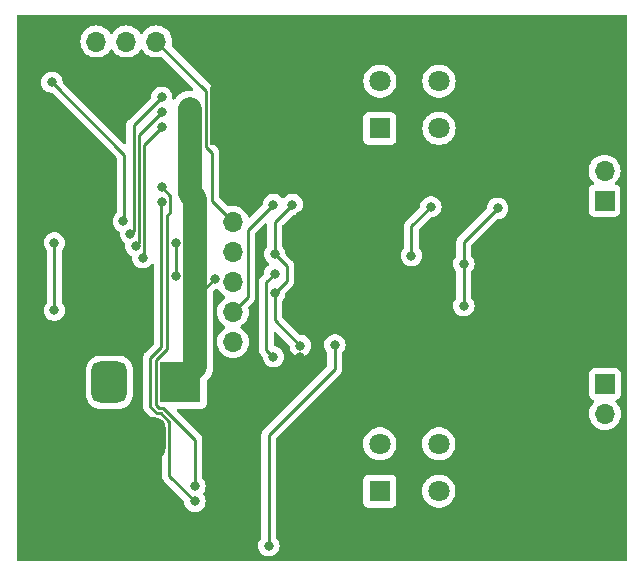
<source format=gbr>
%TF.GenerationSoftware,KiCad,Pcbnew,7.0.8*%
%TF.CreationDate,2023-11-10T01:16:26-06:00*%
%TF.ProjectId,LightingBoard,4c696768-7469-46e6-9742-6f6172642e6b,rev?*%
%TF.SameCoordinates,Original*%
%TF.FileFunction,Copper,L2,Bot*%
%TF.FilePolarity,Positive*%
%FSLAX46Y46*%
G04 Gerber Fmt 4.6, Leading zero omitted, Abs format (unit mm)*
G04 Created by KiCad (PCBNEW 7.0.8) date 2023-11-10 01:16:26*
%MOMM*%
%LPD*%
G01*
G04 APERTURE LIST*
G04 Aperture macros list*
%AMRoundRect*
0 Rectangle with rounded corners*
0 $1 Rounding radius*
0 $2 $3 $4 $5 $6 $7 $8 $9 X,Y pos of 4 corners*
0 Add a 4 corners polygon primitive as box body*
4,1,4,$2,$3,$4,$5,$6,$7,$8,$9,$2,$3,0*
0 Add four circle primitives for the rounded corners*
1,1,$1+$1,$2,$3*
1,1,$1+$1,$4,$5*
1,1,$1+$1,$6,$7*
1,1,$1+$1,$8,$9*
0 Add four rect primitives between the rounded corners*
20,1,$1+$1,$2,$3,$4,$5,0*
20,1,$1+$1,$4,$5,$6,$7,0*
20,1,$1+$1,$6,$7,$8,$9,0*
20,1,$1+$1,$8,$9,$2,$3,0*%
G04 Aperture macros list end*
%TA.AperFunction,ComponentPad*%
%ADD10R,3.500000X3.500000*%
%TD*%
%TA.AperFunction,ComponentPad*%
%ADD11RoundRect,0.750000X-0.750000X-1.000000X0.750000X-1.000000X0.750000X1.000000X-0.750000X1.000000X0*%
%TD*%
%TA.AperFunction,ComponentPad*%
%ADD12RoundRect,0.875000X-0.875000X-0.875000X0.875000X-0.875000X0.875000X0.875000X-0.875000X0.875000X0*%
%TD*%
%TA.AperFunction,ComponentPad*%
%ADD13R,1.700000X1.700000*%
%TD*%
%TA.AperFunction,ComponentPad*%
%ADD14O,1.700000X1.700000*%
%TD*%
%TA.AperFunction,ComponentPad*%
%ADD15C,0.600000*%
%TD*%
%TA.AperFunction,SMDPad,CuDef*%
%ADD16R,2.950000X4.900000*%
%TD*%
%TA.AperFunction,ComponentPad*%
%ADD17C,1.800000*%
%TD*%
%TA.AperFunction,ComponentPad*%
%ADD18R,1.800000X1.800000*%
%TD*%
%TA.AperFunction,ViaPad*%
%ADD19C,0.800000*%
%TD*%
%TA.AperFunction,Conductor*%
%ADD20C,0.250000*%
%TD*%
%TA.AperFunction,Conductor*%
%ADD21C,2.000000*%
%TD*%
G04 APERTURE END LIST*
D10*
%TO.P,J1,1*%
%TO.N,VCC*%
X121539000Y-82931000D03*
D11*
%TO.P,J1,2*%
%TO.N,unconnected-(J1-Pad2)*%
X115539000Y-82931000D03*
D12*
%TO.P,J1,3*%
%TO.N,GND*%
X118539000Y-87631000D03*
%TD*%
D13*
%TO.P,J4,1,Pin_1*%
%TO.N,GND*%
X125984000Y-82042000D03*
D14*
%TO.P,J4,2,Pin_2*%
%TO.N,Net-(J4-Pin_2)*%
X125984000Y-79502000D03*
%TO.P,J4,3,Pin_3*%
%TO.N,/SDA*%
X125984000Y-76962000D03*
%TO.P,J4,4,Pin_4*%
%TO.N,Net-(J4-Pin_4)*%
X125984000Y-74422000D03*
%TO.P,J4,5,Pin_5*%
%TO.N,/SCL*%
X125984000Y-71882000D03*
%TO.P,J4,6,Pin_6*%
%TO.N,+5V*%
X125984000Y-69342000D03*
%TD*%
D13*
%TO.P,J3,1,Pin_1*%
%TO.N,/V_sense2*%
X157480000Y-83058000D03*
D14*
%TO.P,J3,2,Pin_2*%
%TO.N,/LEDOut2*%
X157480000Y-85598000D03*
%TD*%
D13*
%TO.P,J5,1,Pin_1*%
%TO.N,GND*%
X111897000Y-54077000D03*
D14*
%TO.P,J5,2,Pin_2*%
%TO.N,/UART_RX*%
X114437000Y-54077000D03*
%TO.P,J5,3,Pin_3*%
%TO.N,/UART_TX*%
X116977000Y-54077000D03*
%TO.P,J5,4,Pin_4*%
%TO.N,+5V*%
X119517000Y-54077000D03*
%TD*%
D15*
%TO.P,U4,9,AGND*%
%TO.N,GND*%
X124826000Y-58439000D03*
X124826000Y-59739000D03*
X124826000Y-61039000D03*
X124826000Y-62339000D03*
D16*
X125476000Y-60389000D03*
D15*
X126126000Y-58439000D03*
X126126000Y-59739000D03*
X126126000Y-61039000D03*
X126126000Y-62339000D03*
%TD*%
D13*
%TO.P,J2,1,Pin_1*%
%TO.N,/V_sense1*%
X157455000Y-67544000D03*
D14*
%TO.P,J2,2,Pin_2*%
%TO.N,/LEDOut1*%
X157455000Y-65004000D03*
%TD*%
D15*
%TO.P,U7,9,AGND*%
%TO.N,GND*%
X124826000Y-89160000D03*
X124826000Y-90460000D03*
X124826000Y-91760000D03*
X124826000Y-93060000D03*
D16*
X125476000Y-91110000D03*
D15*
X126126000Y-89160000D03*
X126126000Y-90460000D03*
X126126000Y-91760000D03*
X126126000Y-93060000D03*
%TD*%
D17*
%TO.P,L1,1,1*%
%TO.N,Net-(U4-SW)*%
X138436300Y-57432100D03*
D18*
X138436300Y-61432100D03*
D17*
%TO.P,L1,2,2*%
%TO.N,/LEDOut1*%
X143436300Y-57432100D03*
X143436300Y-61432100D03*
%TD*%
%TO.P,L3,1,1*%
%TO.N,Net-(U7-SW)*%
X138430000Y-88138000D03*
D18*
X138430000Y-92138000D03*
D17*
%TO.P,L3,2,2*%
%TO.N,/LEDOut2*%
X143430000Y-88138000D03*
X143430000Y-92138000D03*
%TD*%
D19*
%TO.N,VCC*%
X145542000Y-76454000D03*
X148402000Y-68204500D03*
X110871000Y-76835000D03*
X110871000Y-71120000D03*
X145542000Y-72898000D03*
X124460000Y-74168000D03*
X122776000Y-59754000D03*
%TO.N,GND*%
X126238000Y-66040000D03*
X109220000Y-81280000D03*
X153924000Y-85090000D03*
X157480000Y-53340000D03*
X149860000Y-53340000D03*
X109220000Y-96520000D03*
X131693500Y-80821503D03*
X157480000Y-96520000D03*
X142240000Y-96520000D03*
X131826000Y-60871000D03*
X157480000Y-88900000D03*
X131826000Y-93168000D03*
X145542000Y-79693000D03*
X149860000Y-88900000D03*
X116840000Y-96520000D03*
X109220000Y-60960000D03*
X109220000Y-88900000D03*
X157480000Y-81280000D03*
X131693500Y-68834000D03*
X149860000Y-96520000D03*
X150622000Y-65024000D03*
X157480000Y-60960000D03*
X132080000Y-53340000D03*
X150622000Y-85090000D03*
X153670000Y-67564000D03*
X153924000Y-65024000D03*
X145542000Y-77991000D03*
X157480000Y-73660000D03*
X109220000Y-68580000D03*
X124460000Y-53340000D03*
X149860000Y-73660000D03*
X153670000Y-78740000D03*
%TO.N,+5V*%
X129540000Y-75375000D03*
X131031000Y-67884000D03*
X129540000Y-72073000D03*
X131693500Y-79822000D03*
%TO.N,/Reset*%
X121208800Y-73914000D03*
X110666000Y-57531000D03*
X121208800Y-71120000D03*
X116717299Y-69304500D03*
%TO.N,/SCL*%
X119966000Y-58801000D03*
X129540000Y-73723000D03*
X129418500Y-80772000D03*
X117305500Y-70358000D03*
%TO.N,/SDA*%
X129418500Y-67884000D03*
X118364000Y-72390000D03*
X119966000Y-61341000D03*
%TO.N,Net-(U2A--)*%
X141097000Y-72201000D03*
X142748000Y-68072000D03*
%TO.N,/Sum2*%
X129032000Y-96774000D03*
X134620000Y-79756000D03*
%TO.N,/PG2*%
X122776000Y-93015000D03*
X119966000Y-67691000D03*
%TO.N,/Enable2*%
X122776000Y-91745000D03*
X119966000Y-66421000D03*
%TO.N,Net-(J4-Pin_4)*%
X117755500Y-71374000D03*
X119966000Y-60071000D03*
%TD*%
D20*
%TO.N,/SDA*%
X118364000Y-72390000D02*
X118480000Y-72274000D01*
X118480000Y-72274000D02*
X118480000Y-62827000D01*
X118480000Y-62827000D02*
X119966000Y-61341000D01*
%TO.N,/SCL*%
X117305500Y-70358000D02*
X117580000Y-70083500D01*
X117580000Y-70083500D02*
X117580000Y-61187000D01*
X117580000Y-61187000D02*
X119966000Y-58801000D01*
%TO.N,Net-(J4-Pin_4)*%
X117755500Y-71374000D02*
X118030000Y-71099500D01*
X118030000Y-62007000D02*
X119966000Y-60071000D01*
X118030000Y-71099500D02*
X118030000Y-62007000D01*
%TO.N,/Reset*%
X116717299Y-69304500D02*
X116810370Y-69211429D01*
X116810370Y-63675370D02*
X110666000Y-57531000D01*
X116810370Y-69211429D02*
X116810370Y-63675370D01*
%TO.N,/PG2*%
X119966000Y-67691000D02*
X119946000Y-67711000D01*
X119946000Y-67711000D02*
X119946000Y-79927984D01*
X119567984Y-85556000D02*
X119911056Y-85556000D01*
X119911056Y-85556000D02*
X120614000Y-86258944D01*
X119014000Y-80859984D02*
X119014000Y-85002016D01*
X120614000Y-86258944D02*
X120614000Y-90853000D01*
X119946000Y-79927984D02*
X119014000Y-80859984D01*
X119014000Y-85002016D02*
X119567984Y-85556000D01*
X120614000Y-90853000D02*
X122776000Y-93015000D01*
%TO.N,/Enable2*%
X119966000Y-66421000D02*
X120691000Y-67146000D01*
X120097452Y-85106000D02*
X122776000Y-87784548D01*
X120691000Y-67146000D02*
X120691000Y-68539000D01*
X120396000Y-80114380D02*
X119464000Y-81046380D01*
X120691000Y-68539000D02*
X120396000Y-68834000D01*
X120396000Y-68834000D02*
X120396000Y-80114380D01*
X119464000Y-81046380D02*
X119464000Y-84815620D01*
X119464000Y-84815620D02*
X119754380Y-85106000D01*
X119754380Y-85106000D02*
X120097452Y-85106000D01*
X122776000Y-87784548D02*
X122776000Y-91745000D01*
D21*
%TO.N,VCC*%
X122808800Y-67389968D02*
X122351000Y-66932168D01*
D20*
X145542000Y-72898000D02*
X145542000Y-71064500D01*
D21*
X122808800Y-81661200D02*
X122808800Y-76454000D01*
X122808800Y-76454000D02*
X122808800Y-67389968D01*
D20*
X145542000Y-71064500D02*
X148402000Y-68204500D01*
X145542000Y-72898000D02*
X145542000Y-76454000D01*
X110871000Y-71120000D02*
X110871000Y-76835000D01*
D21*
X122351000Y-66932168D02*
X122351000Y-59754000D01*
D20*
X124460000Y-74168000D02*
X122808800Y-75819200D01*
D21*
X121539000Y-82931000D02*
X122808800Y-81661200D01*
D20*
X122808800Y-75819200D02*
X122808800Y-76454000D01*
%TO.N,+5V*%
X129540000Y-75375000D02*
X129540000Y-77668500D01*
X123870000Y-63164000D02*
X123866380Y-63164000D01*
X124206000Y-67564000D02*
X124206000Y-63500000D01*
X124206000Y-63500000D02*
X123870000Y-63164000D01*
X123866380Y-63164000D02*
X123676000Y-62973620D01*
X125984000Y-69342000D02*
X124206000Y-67564000D01*
X129540000Y-72073000D02*
X130556000Y-73089000D01*
X130556000Y-73089000D02*
X130556000Y-74359000D01*
X130556000Y-74359000D02*
X129540000Y-75375000D01*
X129540000Y-72073000D02*
X129540000Y-69375000D01*
X129540000Y-77668500D02*
X131693500Y-79822000D01*
X123676000Y-62973620D02*
X123676000Y-58236000D01*
X129540000Y-69375000D02*
X131031000Y-67884000D01*
X123676000Y-58236000D02*
X119517000Y-54077000D01*
%TO.N,/Reset*%
X121208800Y-71120000D02*
X121208800Y-73914000D01*
%TO.N,/SCL*%
X129540000Y-73723000D02*
X128815000Y-74448000D01*
X128815000Y-80168500D02*
X129418500Y-80772000D01*
X128815000Y-74448000D02*
X128815000Y-80168500D01*
%TO.N,/SDA*%
X125984000Y-76962000D02*
X127254000Y-75692000D01*
X127254000Y-70048500D02*
X129418500Y-67884000D01*
X127254000Y-75692000D02*
X127254000Y-70048500D01*
%TO.N,Net-(U2A--)*%
X142748000Y-68072000D02*
X141097000Y-69723000D01*
X141097000Y-69723000D02*
X141097000Y-72201000D01*
%TO.N,/Sum2*%
X134620000Y-79756000D02*
X134620000Y-81788000D01*
X129032000Y-87376000D02*
X129032000Y-96774000D01*
X134620000Y-81788000D02*
X129032000Y-87376000D01*
%TD*%
%TA.AperFunction,Conductor*%
%TO.N,GND*%
G36*
X159327539Y-51836185D02*
G01*
X159373294Y-51888989D01*
X159384500Y-51940500D01*
X159384500Y-97919500D01*
X159364815Y-97986539D01*
X159312011Y-98032294D01*
X159260500Y-98043500D01*
X107820500Y-98043500D01*
X107753461Y-98023815D01*
X107707706Y-97971011D01*
X107696500Y-97919500D01*
X107696500Y-96774000D01*
X128126540Y-96774000D01*
X128146326Y-96962256D01*
X128146327Y-96962259D01*
X128204818Y-97142277D01*
X128204821Y-97142284D01*
X128299467Y-97306216D01*
X128426129Y-97446888D01*
X128579265Y-97558148D01*
X128579270Y-97558151D01*
X128752192Y-97635142D01*
X128752197Y-97635144D01*
X128937354Y-97674500D01*
X128937355Y-97674500D01*
X129126644Y-97674500D01*
X129126646Y-97674500D01*
X129311803Y-97635144D01*
X129484730Y-97558151D01*
X129637871Y-97446888D01*
X129764533Y-97306216D01*
X129859179Y-97142284D01*
X129917674Y-96962256D01*
X129937460Y-96774000D01*
X129917674Y-96585744D01*
X129859179Y-96405716D01*
X129764533Y-96241784D01*
X129689350Y-96158284D01*
X129659120Y-96095292D01*
X129657500Y-96075312D01*
X129657500Y-93085870D01*
X137029500Y-93085870D01*
X137029501Y-93085876D01*
X137035908Y-93145483D01*
X137086202Y-93280328D01*
X137086206Y-93280335D01*
X137172452Y-93395544D01*
X137172455Y-93395547D01*
X137287664Y-93481793D01*
X137287671Y-93481797D01*
X137422517Y-93532091D01*
X137422516Y-93532091D01*
X137429444Y-93532835D01*
X137482127Y-93538500D01*
X139377872Y-93538499D01*
X139437483Y-93532091D01*
X139572331Y-93481796D01*
X139687546Y-93395546D01*
X139773796Y-93280331D01*
X139824091Y-93145483D01*
X139830500Y-93085873D01*
X139830500Y-92138006D01*
X142024700Y-92138006D01*
X142043864Y-92369297D01*
X142043866Y-92369308D01*
X142100842Y-92594300D01*
X142194075Y-92806848D01*
X142321016Y-93001147D01*
X142321019Y-93001151D01*
X142321021Y-93001153D01*
X142478216Y-93171913D01*
X142478219Y-93171915D01*
X142478222Y-93171918D01*
X142661365Y-93314464D01*
X142661371Y-93314468D01*
X142661374Y-93314470D01*
X142865497Y-93424936D01*
X142979487Y-93464068D01*
X143085015Y-93500297D01*
X143085017Y-93500297D01*
X143085019Y-93500298D01*
X143313951Y-93538500D01*
X143313952Y-93538500D01*
X143546048Y-93538500D01*
X143546049Y-93538500D01*
X143774981Y-93500298D01*
X143994503Y-93424936D01*
X144198626Y-93314470D01*
X144381784Y-93171913D01*
X144538979Y-93001153D01*
X144665924Y-92806849D01*
X144759157Y-92594300D01*
X144816134Y-92369305D01*
X144816135Y-92369297D01*
X144835300Y-92138006D01*
X144835300Y-92137993D01*
X144816135Y-91906702D01*
X144816133Y-91906691D01*
X144759157Y-91681699D01*
X144665924Y-91469151D01*
X144538983Y-91274852D01*
X144538980Y-91274849D01*
X144538979Y-91274847D01*
X144381784Y-91104087D01*
X144381779Y-91104083D01*
X144381777Y-91104081D01*
X144198634Y-90961535D01*
X144198628Y-90961531D01*
X143994504Y-90851064D01*
X143994495Y-90851061D01*
X143774984Y-90775702D01*
X143584450Y-90743908D01*
X143546049Y-90737500D01*
X143313951Y-90737500D01*
X143275550Y-90743908D01*
X143085015Y-90775702D01*
X142865504Y-90851061D01*
X142865495Y-90851064D01*
X142661371Y-90961531D01*
X142661365Y-90961535D01*
X142478222Y-91104081D01*
X142478219Y-91104084D01*
X142478216Y-91104086D01*
X142478216Y-91104087D01*
X142453886Y-91130517D01*
X142321016Y-91274852D01*
X142194075Y-91469151D01*
X142100842Y-91681699D01*
X142043866Y-91906691D01*
X142043864Y-91906702D01*
X142024700Y-92137993D01*
X142024700Y-92138006D01*
X139830500Y-92138006D01*
X139830499Y-91190128D01*
X139825299Y-91141757D01*
X139824091Y-91130516D01*
X139773797Y-90995671D01*
X139773793Y-90995664D01*
X139687547Y-90880455D01*
X139687544Y-90880452D01*
X139572335Y-90794206D01*
X139572328Y-90794202D01*
X139437482Y-90743908D01*
X139437483Y-90743908D01*
X139377883Y-90737501D01*
X139377881Y-90737500D01*
X139377873Y-90737500D01*
X139377864Y-90737500D01*
X137482129Y-90737500D01*
X137482123Y-90737501D01*
X137422516Y-90743908D01*
X137287671Y-90794202D01*
X137287664Y-90794206D01*
X137172455Y-90880452D01*
X137172452Y-90880455D01*
X137086206Y-90995664D01*
X137086202Y-90995671D01*
X137035908Y-91130517D01*
X137033090Y-91156732D01*
X137029501Y-91190123D01*
X137029500Y-91190135D01*
X137029500Y-93085870D01*
X129657500Y-93085870D01*
X129657500Y-88138006D01*
X137024700Y-88138006D01*
X137043864Y-88369297D01*
X137043866Y-88369308D01*
X137100842Y-88594300D01*
X137194075Y-88806848D01*
X137321016Y-89001147D01*
X137321019Y-89001151D01*
X137321021Y-89001153D01*
X137478216Y-89171913D01*
X137478219Y-89171915D01*
X137478222Y-89171918D01*
X137661365Y-89314464D01*
X137661371Y-89314468D01*
X137661374Y-89314470D01*
X137865497Y-89424936D01*
X137979487Y-89464068D01*
X138085015Y-89500297D01*
X138085017Y-89500297D01*
X138085019Y-89500298D01*
X138313951Y-89538500D01*
X138313952Y-89538500D01*
X138546048Y-89538500D01*
X138546049Y-89538500D01*
X138774981Y-89500298D01*
X138994503Y-89424936D01*
X139198626Y-89314470D01*
X139381784Y-89171913D01*
X139538979Y-89001153D01*
X139665924Y-88806849D01*
X139759157Y-88594300D01*
X139816134Y-88369305D01*
X139835300Y-88138006D01*
X142024700Y-88138006D01*
X142043864Y-88369297D01*
X142043866Y-88369308D01*
X142100842Y-88594300D01*
X142194075Y-88806848D01*
X142321016Y-89001147D01*
X142321019Y-89001151D01*
X142321021Y-89001153D01*
X142478216Y-89171913D01*
X142478219Y-89171915D01*
X142478222Y-89171918D01*
X142661365Y-89314464D01*
X142661371Y-89314468D01*
X142661374Y-89314470D01*
X142865497Y-89424936D01*
X142979487Y-89464068D01*
X143085015Y-89500297D01*
X143085017Y-89500297D01*
X143085019Y-89500298D01*
X143313951Y-89538500D01*
X143313952Y-89538500D01*
X143546048Y-89538500D01*
X143546049Y-89538500D01*
X143774981Y-89500298D01*
X143994503Y-89424936D01*
X144198626Y-89314470D01*
X144381784Y-89171913D01*
X144538979Y-89001153D01*
X144665924Y-88806849D01*
X144759157Y-88594300D01*
X144816134Y-88369305D01*
X144835300Y-88138000D01*
X144835300Y-88137993D01*
X144816135Y-87906702D01*
X144816133Y-87906691D01*
X144759157Y-87681699D01*
X144665924Y-87469151D01*
X144538983Y-87274852D01*
X144538980Y-87274849D01*
X144538979Y-87274847D01*
X144381784Y-87104087D01*
X144381779Y-87104083D01*
X144381777Y-87104081D01*
X144198634Y-86961535D01*
X144198628Y-86961531D01*
X143994504Y-86851064D01*
X143994495Y-86851061D01*
X143774984Y-86775702D01*
X143603282Y-86747050D01*
X143546049Y-86737500D01*
X143313951Y-86737500D01*
X143268164Y-86745140D01*
X143085015Y-86775702D01*
X142865504Y-86851061D01*
X142865495Y-86851064D01*
X142661371Y-86961531D01*
X142661365Y-86961535D01*
X142478222Y-87104081D01*
X142478219Y-87104084D01*
X142321016Y-87274852D01*
X142194075Y-87469151D01*
X142100842Y-87681699D01*
X142043866Y-87906691D01*
X142043864Y-87906702D01*
X142024700Y-88137993D01*
X142024700Y-88138006D01*
X139835300Y-88138006D01*
X139835300Y-88138000D01*
X139835300Y-88137993D01*
X139816135Y-87906702D01*
X139816133Y-87906691D01*
X139759157Y-87681699D01*
X139665924Y-87469151D01*
X139538983Y-87274852D01*
X139538980Y-87274849D01*
X139538979Y-87274847D01*
X139381784Y-87104087D01*
X139381779Y-87104083D01*
X139381777Y-87104081D01*
X139198634Y-86961535D01*
X139198628Y-86961531D01*
X138994504Y-86851064D01*
X138994495Y-86851061D01*
X138774984Y-86775702D01*
X138603282Y-86747050D01*
X138546049Y-86737500D01*
X138313951Y-86737500D01*
X138268164Y-86745140D01*
X138085015Y-86775702D01*
X137865504Y-86851061D01*
X137865495Y-86851064D01*
X137661371Y-86961531D01*
X137661365Y-86961535D01*
X137478222Y-87104081D01*
X137478219Y-87104084D01*
X137321016Y-87274852D01*
X137194075Y-87469151D01*
X137100842Y-87681699D01*
X137043866Y-87906691D01*
X137043864Y-87906702D01*
X137024700Y-88137993D01*
X137024700Y-88138006D01*
X129657500Y-88138006D01*
X129657500Y-87686452D01*
X129677185Y-87619413D01*
X129693819Y-87598771D01*
X131694590Y-85598000D01*
X156124341Y-85598000D01*
X156144936Y-85833403D01*
X156144938Y-85833413D01*
X156206094Y-86061655D01*
X156206096Y-86061659D01*
X156206097Y-86061663D01*
X156279024Y-86218054D01*
X156305965Y-86275830D01*
X156305967Y-86275834D01*
X156414281Y-86430521D01*
X156441505Y-86469401D01*
X156608599Y-86636495D01*
X156705384Y-86704265D01*
X156802165Y-86772032D01*
X156802167Y-86772033D01*
X156802170Y-86772035D01*
X157016337Y-86871903D01*
X157244592Y-86933063D01*
X157432918Y-86949539D01*
X157479999Y-86953659D01*
X157480000Y-86953659D01*
X157480001Y-86953659D01*
X157519234Y-86950226D01*
X157715408Y-86933063D01*
X157943663Y-86871903D01*
X158157830Y-86772035D01*
X158351401Y-86636495D01*
X158518495Y-86469401D01*
X158654035Y-86275830D01*
X158753903Y-86061663D01*
X158815063Y-85833408D01*
X158835659Y-85598000D01*
X158815063Y-85362592D01*
X158753903Y-85134337D01*
X158654035Y-84920171D01*
X158636283Y-84894819D01*
X158518496Y-84726600D01*
X158518495Y-84726599D01*
X158396567Y-84604671D01*
X158363084Y-84543351D01*
X158368068Y-84473659D01*
X158409939Y-84417725D01*
X158440915Y-84400810D01*
X158572331Y-84351796D01*
X158687546Y-84265546D01*
X158773796Y-84150331D01*
X158824091Y-84015483D01*
X158830500Y-83955873D01*
X158830499Y-82160128D01*
X158824091Y-82100517D01*
X158809321Y-82060917D01*
X158773797Y-81965671D01*
X158773793Y-81965664D01*
X158687547Y-81850455D01*
X158687544Y-81850452D01*
X158572335Y-81764206D01*
X158572328Y-81764202D01*
X158437482Y-81713908D01*
X158437483Y-81713908D01*
X158377883Y-81707501D01*
X158377881Y-81707500D01*
X158377873Y-81707500D01*
X158377864Y-81707500D01*
X156582129Y-81707500D01*
X156582123Y-81707501D01*
X156522516Y-81713908D01*
X156387671Y-81764202D01*
X156387664Y-81764206D01*
X156272455Y-81850452D01*
X156272452Y-81850455D01*
X156186206Y-81965664D01*
X156186202Y-81965671D01*
X156135908Y-82100517D01*
X156130580Y-82150081D01*
X156129501Y-82160123D01*
X156129500Y-82160135D01*
X156129500Y-83955870D01*
X156129501Y-83955876D01*
X156135908Y-84015483D01*
X156186202Y-84150328D01*
X156186206Y-84150335D01*
X156272452Y-84265544D01*
X156272455Y-84265547D01*
X156387664Y-84351793D01*
X156387671Y-84351797D01*
X156519081Y-84400810D01*
X156575015Y-84442681D01*
X156599432Y-84508145D01*
X156584580Y-84576418D01*
X156563430Y-84604673D01*
X156441503Y-84726600D01*
X156305965Y-84920169D01*
X156305964Y-84920171D01*
X156206098Y-85134335D01*
X156206094Y-85134344D01*
X156144938Y-85362586D01*
X156144936Y-85362596D01*
X156124341Y-85597999D01*
X156124341Y-85598000D01*
X131694590Y-85598000D01*
X132280760Y-85011830D01*
X135003788Y-82288801D01*
X135016042Y-82278986D01*
X135015859Y-82278764D01*
X135021866Y-82273792D01*
X135021877Y-82273786D01*
X135057785Y-82235548D01*
X135069227Y-82223364D01*
X135079671Y-82212918D01*
X135090120Y-82202471D01*
X135094379Y-82196978D01*
X135098152Y-82192561D01*
X135130062Y-82158582D01*
X135139713Y-82141024D01*
X135150396Y-82124761D01*
X135162673Y-82108936D01*
X135181185Y-82066153D01*
X135183738Y-82060941D01*
X135206197Y-82020092D01*
X135211180Y-82000680D01*
X135217481Y-81982280D01*
X135225437Y-81963896D01*
X135232729Y-81917852D01*
X135233906Y-81912171D01*
X135245500Y-81867019D01*
X135245500Y-81846983D01*
X135247027Y-81827582D01*
X135250160Y-81807804D01*
X135245775Y-81761415D01*
X135245500Y-81755577D01*
X135245500Y-80454687D01*
X135265185Y-80387648D01*
X135277350Y-80371715D01*
X135300078Y-80346473D01*
X135352533Y-80288216D01*
X135447179Y-80124284D01*
X135505674Y-79944256D01*
X135525460Y-79756000D01*
X135505674Y-79567744D01*
X135447179Y-79387716D01*
X135352533Y-79223784D01*
X135225871Y-79083112D01*
X135225870Y-79083111D01*
X135072734Y-78971851D01*
X135072729Y-78971848D01*
X134899807Y-78894857D01*
X134899802Y-78894855D01*
X134754001Y-78863865D01*
X134714646Y-78855500D01*
X134525354Y-78855500D01*
X134492897Y-78862398D01*
X134340197Y-78894855D01*
X134340192Y-78894857D01*
X134167270Y-78971848D01*
X134167265Y-78971851D01*
X134014129Y-79083111D01*
X133887466Y-79223785D01*
X133792821Y-79387715D01*
X133792818Y-79387722D01*
X133734327Y-79567740D01*
X133734326Y-79567744D01*
X133714540Y-79756000D01*
X133734326Y-79944256D01*
X133734327Y-79944259D01*
X133792818Y-80124277D01*
X133792821Y-80124284D01*
X133887467Y-80288216D01*
X133930772Y-80336310D01*
X133962650Y-80371715D01*
X133992880Y-80434706D01*
X133994500Y-80454687D01*
X133994500Y-81477546D01*
X133974815Y-81544585D01*
X133958181Y-81565227D01*
X128648208Y-86875199D01*
X128635951Y-86885020D01*
X128636134Y-86885241D01*
X128630123Y-86890213D01*
X128582772Y-86940636D01*
X128561889Y-86961519D01*
X128561877Y-86961532D01*
X128557621Y-86967017D01*
X128553837Y-86971447D01*
X128521937Y-87005418D01*
X128521936Y-87005420D01*
X128512284Y-87022976D01*
X128501610Y-87039226D01*
X128489329Y-87055061D01*
X128489324Y-87055068D01*
X128470815Y-87097838D01*
X128468245Y-87103084D01*
X128445803Y-87143906D01*
X128440822Y-87163307D01*
X128434521Y-87181710D01*
X128426562Y-87200102D01*
X128426561Y-87200105D01*
X128419271Y-87246127D01*
X128418087Y-87251846D01*
X128406501Y-87296972D01*
X128406500Y-87296982D01*
X128406500Y-87317016D01*
X128404973Y-87336415D01*
X128401840Y-87356194D01*
X128401840Y-87356195D01*
X128406225Y-87402583D01*
X128406500Y-87408421D01*
X128406500Y-96075312D01*
X128386815Y-96142351D01*
X128374650Y-96158284D01*
X128299466Y-96241784D01*
X128204821Y-96405715D01*
X128204818Y-96405722D01*
X128146327Y-96585740D01*
X128146326Y-96585744D01*
X128126540Y-96774000D01*
X107696500Y-96774000D01*
X107696500Y-81866781D01*
X113538500Y-81866781D01*
X113538501Y-83995218D01*
X113548904Y-84127413D01*
X113548905Y-84127420D01*
X113603902Y-84345678D01*
X113603903Y-84345681D01*
X113696991Y-84550622D01*
X113696997Y-84550632D01*
X113825174Y-84735645D01*
X113825178Y-84735650D01*
X113825181Y-84735654D01*
X113984346Y-84894819D01*
X113984350Y-84894822D01*
X113984354Y-84894825D01*
X114053433Y-84942683D01*
X114169374Y-85023007D01*
X114374317Y-85116096D01*
X114374321Y-85116097D01*
X114592579Y-85171094D01*
X114592581Y-85171094D01*
X114592588Y-85171096D01*
X114703973Y-85179862D01*
X114724781Y-85181500D01*
X114724782Y-85181499D01*
X114724783Y-85181500D01*
X115538999Y-85181499D01*
X116353218Y-85181499D01*
X116372505Y-85179980D01*
X116485412Y-85171096D01*
X116703683Y-85116096D01*
X116908626Y-85023007D01*
X117093654Y-84894819D01*
X117252819Y-84735654D01*
X117381007Y-84550626D01*
X117474096Y-84345683D01*
X117529096Y-84127412D01*
X117539500Y-83995217D01*
X117539499Y-81866784D01*
X117529096Y-81734588D01*
X117526243Y-81723267D01*
X117474097Y-81516321D01*
X117474096Y-81516318D01*
X117441651Y-81444888D01*
X117381007Y-81311374D01*
X117349297Y-81265603D01*
X117252825Y-81126354D01*
X117252822Y-81126350D01*
X117252819Y-81126346D01*
X117093654Y-80967181D01*
X117093650Y-80967178D01*
X117093645Y-80967174D01*
X116908632Y-80838997D01*
X116908630Y-80838995D01*
X116908626Y-80838993D01*
X116824981Y-80801000D01*
X116703681Y-80745903D01*
X116703678Y-80745902D01*
X116485420Y-80690905D01*
X116485413Y-80690904D01*
X116353219Y-80680500D01*
X116353217Y-80680500D01*
X115539000Y-80680500D01*
X114724782Y-80680501D01*
X114592586Y-80690904D01*
X114592579Y-80690905D01*
X114374321Y-80745902D01*
X114374318Y-80745903D01*
X114169377Y-80838991D01*
X114169367Y-80838997D01*
X113984354Y-80967174D01*
X113984342Y-80967184D01*
X113825184Y-81126342D01*
X113825174Y-81126354D01*
X113696997Y-81311367D01*
X113696991Y-81311377D01*
X113603903Y-81516318D01*
X113603902Y-81516321D01*
X113548905Y-81734579D01*
X113548904Y-81734586D01*
X113538500Y-81866781D01*
X107696500Y-81866781D01*
X107696500Y-76835000D01*
X109965540Y-76835000D01*
X109985326Y-77023256D01*
X109985327Y-77023259D01*
X110043818Y-77203277D01*
X110043821Y-77203284D01*
X110138467Y-77367216D01*
X110191094Y-77425664D01*
X110265129Y-77507888D01*
X110418265Y-77619148D01*
X110418270Y-77619151D01*
X110591192Y-77696142D01*
X110591197Y-77696144D01*
X110776354Y-77735500D01*
X110776355Y-77735500D01*
X110965644Y-77735500D01*
X110965646Y-77735500D01*
X111150803Y-77696144D01*
X111323730Y-77619151D01*
X111476871Y-77507888D01*
X111603533Y-77367216D01*
X111698179Y-77203284D01*
X111756674Y-77023256D01*
X111776460Y-76835000D01*
X111756674Y-76646744D01*
X111698179Y-76466716D01*
X111603533Y-76302784D01*
X111570182Y-76265744D01*
X111528350Y-76219284D01*
X111498120Y-76156292D01*
X111496500Y-76136312D01*
X111496500Y-71818687D01*
X111516185Y-71751648D01*
X111528350Y-71735715D01*
X111556262Y-71704715D01*
X111603533Y-71652216D01*
X111698179Y-71488284D01*
X111756674Y-71308256D01*
X111776460Y-71120000D01*
X111756674Y-70931744D01*
X111698179Y-70751716D01*
X111603533Y-70587784D01*
X111476871Y-70447112D01*
X111476870Y-70447111D01*
X111323734Y-70335851D01*
X111323729Y-70335848D01*
X111150807Y-70258857D01*
X111150802Y-70258855D01*
X111005001Y-70227865D01*
X110965646Y-70219500D01*
X110776354Y-70219500D01*
X110743897Y-70226398D01*
X110591197Y-70258855D01*
X110591192Y-70258857D01*
X110418270Y-70335848D01*
X110418265Y-70335851D01*
X110265129Y-70447111D01*
X110138466Y-70587785D01*
X110043821Y-70751715D01*
X110043818Y-70751722D01*
X109998820Y-70890214D01*
X109985326Y-70931744D01*
X109965540Y-71120000D01*
X109985326Y-71308256D01*
X109985327Y-71308259D01*
X110043818Y-71488277D01*
X110043821Y-71488284D01*
X110138467Y-71652216D01*
X110181772Y-71700310D01*
X110213650Y-71735715D01*
X110243880Y-71798706D01*
X110245500Y-71818687D01*
X110245500Y-76136312D01*
X110225815Y-76203351D01*
X110213650Y-76219284D01*
X110138466Y-76302784D01*
X110043821Y-76466715D01*
X110043818Y-76466722D01*
X109986784Y-76642256D01*
X109985326Y-76646744D01*
X109965540Y-76835000D01*
X107696500Y-76835000D01*
X107696500Y-57531000D01*
X109760540Y-57531000D01*
X109780326Y-57719256D01*
X109780327Y-57719259D01*
X109838818Y-57899277D01*
X109838821Y-57899284D01*
X109933467Y-58063216D01*
X110036484Y-58177628D01*
X110060129Y-58203888D01*
X110213265Y-58315148D01*
X110213270Y-58315151D01*
X110386192Y-58392142D01*
X110386197Y-58392144D01*
X110571354Y-58431500D01*
X110630548Y-58431500D01*
X110697587Y-58451185D01*
X110718229Y-58467819D01*
X116148551Y-63898141D01*
X116182036Y-63959464D01*
X116184870Y-63985822D01*
X116184870Y-68515072D01*
X116165185Y-68582111D01*
X116133756Y-68615390D01*
X116111425Y-68631614D01*
X116111422Y-68631616D01*
X115984765Y-68772285D01*
X115890120Y-68936215D01*
X115890117Y-68936222D01*
X115831626Y-69116240D01*
X115831625Y-69116244D01*
X115811839Y-69304500D01*
X115831625Y-69492756D01*
X115831626Y-69492759D01*
X115890117Y-69672777D01*
X115890120Y-69672784D01*
X115984766Y-69836716D01*
X116111428Y-69977388D01*
X116264569Y-70088651D01*
X116328190Y-70116977D01*
X116338725Y-70121668D01*
X116391962Y-70166918D01*
X116412283Y-70233767D01*
X116411610Y-70247907D01*
X116405338Y-70307590D01*
X116400040Y-70358000D01*
X116419826Y-70546256D01*
X116419827Y-70546259D01*
X116478318Y-70726277D01*
X116478321Y-70726284D01*
X116572967Y-70890216D01*
X116658736Y-70985472D01*
X116699629Y-71030888D01*
X116814953Y-71114676D01*
X116857619Y-71170006D01*
X116865389Y-71227955D01*
X116856949Y-71308259D01*
X116850040Y-71374000D01*
X116869826Y-71562256D01*
X116869827Y-71562259D01*
X116928318Y-71742277D01*
X116928321Y-71742284D01*
X117022967Y-71906216D01*
X117118882Y-72012740D01*
X117149629Y-72046888D01*
X117302765Y-72158148D01*
X117302767Y-72158149D01*
X117302770Y-72158151D01*
X117392554Y-72198125D01*
X117445790Y-72243375D01*
X117466111Y-72310224D01*
X117465438Y-72324364D01*
X117461085Y-72365784D01*
X117458540Y-72390000D01*
X117478326Y-72578256D01*
X117478327Y-72578259D01*
X117536818Y-72758277D01*
X117536821Y-72758284D01*
X117631467Y-72922216D01*
X117746208Y-73049648D01*
X117758129Y-73062888D01*
X117911265Y-73174148D01*
X117911270Y-73174151D01*
X118084192Y-73251142D01*
X118084197Y-73251144D01*
X118269354Y-73290500D01*
X118269355Y-73290500D01*
X118458644Y-73290500D01*
X118458646Y-73290500D01*
X118643803Y-73251144D01*
X118816730Y-73174151D01*
X118969871Y-73062888D01*
X119096533Y-72922216D01*
X119096533Y-72922215D01*
X119100881Y-72917387D01*
X119101891Y-72918296D01*
X119151508Y-72880034D01*
X119221121Y-72874053D01*
X119282917Y-72906657D01*
X119317277Y-72967494D01*
X119320500Y-72995584D01*
X119320500Y-79617530D01*
X119300815Y-79684569D01*
X119284181Y-79705211D01*
X118630208Y-80359183D01*
X118617951Y-80369004D01*
X118618134Y-80369225D01*
X118612123Y-80374197D01*
X118564772Y-80424620D01*
X118543889Y-80445503D01*
X118543877Y-80445516D01*
X118539621Y-80451001D01*
X118535837Y-80455431D01*
X118503937Y-80489402D01*
X118503936Y-80489404D01*
X118494284Y-80506960D01*
X118483610Y-80523210D01*
X118471329Y-80539045D01*
X118471324Y-80539052D01*
X118452815Y-80581822D01*
X118450245Y-80587068D01*
X118427803Y-80627890D01*
X118422822Y-80647291D01*
X118416521Y-80665694D01*
X118408562Y-80684086D01*
X118408561Y-80684089D01*
X118401271Y-80730111D01*
X118400087Y-80735830D01*
X118388501Y-80780956D01*
X118388500Y-80780966D01*
X118388500Y-80801000D01*
X118386973Y-80820399D01*
X118383840Y-80840178D01*
X118383840Y-80840179D01*
X118388225Y-80886567D01*
X118388500Y-80892405D01*
X118388500Y-84919271D01*
X118386775Y-84934888D01*
X118387061Y-84934915D01*
X118386326Y-84942681D01*
X118388500Y-85011830D01*
X118388500Y-85041359D01*
X118388501Y-85041376D01*
X118389368Y-85048247D01*
X118389826Y-85054066D01*
X118391290Y-85100640D01*
X118391291Y-85100643D01*
X118396880Y-85119883D01*
X118400824Y-85138927D01*
X118403336Y-85158808D01*
X118412320Y-85181499D01*
X118420490Y-85202135D01*
X118422382Y-85207663D01*
X118435381Y-85252404D01*
X118445580Y-85269650D01*
X118454138Y-85287119D01*
X118461514Y-85305748D01*
X118488898Y-85343439D01*
X118492106Y-85348323D01*
X118515827Y-85388432D01*
X118515833Y-85388440D01*
X118529990Y-85402596D01*
X118542628Y-85417392D01*
X118554405Y-85433602D01*
X118554406Y-85433603D01*
X118590309Y-85463304D01*
X118594620Y-85467226D01*
X118960797Y-85833403D01*
X119067178Y-85939784D01*
X119077003Y-85952048D01*
X119077224Y-85951866D01*
X119082194Y-85957873D01*
X119082197Y-85957876D01*
X119082198Y-85957877D01*
X119132635Y-86005241D01*
X119153514Y-86026120D01*
X119158988Y-86030366D01*
X119163426Y-86034156D01*
X119197402Y-86066062D01*
X119197406Y-86066064D01*
X119214957Y-86075713D01*
X119231215Y-86086392D01*
X119247048Y-86098674D01*
X119268999Y-86108172D01*
X119289821Y-86117183D01*
X119295065Y-86119752D01*
X119335892Y-86142197D01*
X119355296Y-86147179D01*
X119373694Y-86153478D01*
X119392089Y-86161438D01*
X119438113Y-86168726D01*
X119443816Y-86169907D01*
X119488965Y-86181500D01*
X119509000Y-86181500D01*
X119528397Y-86183026D01*
X119548180Y-86186160D01*
X119589170Y-86182285D01*
X119657764Y-86195573D01*
X119688520Y-86218054D01*
X119952181Y-86481715D01*
X119985666Y-86543038D01*
X119988500Y-86569396D01*
X119988500Y-90770255D01*
X119986775Y-90785872D01*
X119987061Y-90785899D01*
X119986326Y-90793665D01*
X119988500Y-90862814D01*
X119988500Y-90892343D01*
X119988501Y-90892360D01*
X119989368Y-90899231D01*
X119989826Y-90905050D01*
X119991290Y-90951624D01*
X119991291Y-90951627D01*
X119996880Y-90970867D01*
X120000824Y-90989911D01*
X120003336Y-91009791D01*
X120020490Y-91053119D01*
X120022382Y-91058647D01*
X120024603Y-91066292D01*
X120035382Y-91103390D01*
X120035792Y-91104084D01*
X120045580Y-91120634D01*
X120054136Y-91138100D01*
X120061514Y-91156732D01*
X120085777Y-91190128D01*
X120088898Y-91194423D01*
X120092106Y-91199307D01*
X120115827Y-91239416D01*
X120115833Y-91239424D01*
X120129990Y-91253580D01*
X120142628Y-91268376D01*
X120154405Y-91284586D01*
X120154406Y-91284587D01*
X120190309Y-91314288D01*
X120194620Y-91318210D01*
X121153624Y-92277214D01*
X121837038Y-92960628D01*
X121870523Y-93021951D01*
X121872678Y-93035347D01*
X121877989Y-93085872D01*
X121890326Y-93203256D01*
X121890327Y-93203259D01*
X121948818Y-93383277D01*
X121948821Y-93383284D01*
X122043467Y-93547216D01*
X122170129Y-93687888D01*
X122323265Y-93799148D01*
X122323270Y-93799151D01*
X122496192Y-93876142D01*
X122496197Y-93876144D01*
X122681354Y-93915500D01*
X122681355Y-93915500D01*
X122870644Y-93915500D01*
X122870646Y-93915500D01*
X123055803Y-93876144D01*
X123228730Y-93799151D01*
X123381871Y-93687888D01*
X123508533Y-93547216D01*
X123603179Y-93383284D01*
X123661674Y-93203256D01*
X123681460Y-93015000D01*
X123661674Y-92826744D01*
X123603179Y-92646716D01*
X123508533Y-92482784D01*
X123490693Y-92462971D01*
X123460464Y-92399981D01*
X123469089Y-92330646D01*
X123490694Y-92297028D01*
X123508533Y-92277216D01*
X123603179Y-92113284D01*
X123661674Y-91933256D01*
X123681460Y-91745000D01*
X123661674Y-91556744D01*
X123603179Y-91376716D01*
X123508533Y-91212784D01*
X123488140Y-91190135D01*
X123433350Y-91129284D01*
X123403120Y-91066292D01*
X123401500Y-91046312D01*
X123401500Y-87867290D01*
X123403224Y-87851670D01*
X123402939Y-87851644D01*
X123403671Y-87843888D01*
X123403673Y-87843881D01*
X123401500Y-87774733D01*
X123401500Y-87745198D01*
X123400631Y-87738320D01*
X123400172Y-87732491D01*
X123398709Y-87685920D01*
X123393122Y-87666692D01*
X123389174Y-87647632D01*
X123386663Y-87627752D01*
X123369512Y-87584435D01*
X123367619Y-87578906D01*
X123354618Y-87534157D01*
X123354616Y-87534154D01*
X123344423Y-87516919D01*
X123335861Y-87499442D01*
X123328487Y-87480818D01*
X123328486Y-87480816D01*
X123301079Y-87443093D01*
X123297888Y-87438234D01*
X123294201Y-87432000D01*
X123274170Y-87398128D01*
X123274168Y-87398126D01*
X123274165Y-87398122D01*
X123260006Y-87383963D01*
X123247368Y-87369167D01*
X123237944Y-87356196D01*
X123235594Y-87352961D01*
X123199688Y-87323257D01*
X123195376Y-87319334D01*
X121269223Y-85393180D01*
X121235738Y-85331857D01*
X121240722Y-85262165D01*
X121282594Y-85206232D01*
X121348058Y-85181815D01*
X121356904Y-85181499D01*
X123336871Y-85181499D01*
X123336872Y-85181499D01*
X123396483Y-85175091D01*
X123531331Y-85124796D01*
X123646546Y-85038546D01*
X123732796Y-84923331D01*
X123783091Y-84788483D01*
X123789500Y-84728873D01*
X123789499Y-82859271D01*
X123809184Y-82792233D01*
X123825364Y-82772983D01*
X123825070Y-82772712D01*
X123891761Y-82700265D01*
X123913701Y-82678326D01*
X123913700Y-82678328D01*
X123933755Y-82654647D01*
X123996964Y-82585985D01*
X124011917Y-82563094D01*
X124016497Y-82556954D01*
X124034166Y-82536094D01*
X124081934Y-82455927D01*
X124132973Y-82377807D01*
X124143948Y-82352784D01*
X124147468Y-82345947D01*
X124161455Y-82322474D01*
X124178424Y-82278986D01*
X124195374Y-82235548D01*
X124214235Y-82192548D01*
X124232863Y-82150081D01*
X124239574Y-82123574D01*
X124241912Y-82116277D01*
X124251849Y-82090814D01*
X124270996Y-81999497D01*
X124293908Y-81909021D01*
X124296164Y-81881783D01*
X124297271Y-81874180D01*
X124302880Y-81847437D01*
X124306736Y-81754205D01*
X124309300Y-81723267D01*
X124309300Y-81692226D01*
X124313157Y-81598979D01*
X124309775Y-81571853D01*
X124309300Y-81564181D01*
X124309300Y-75254653D01*
X124328985Y-75187614D01*
X124345619Y-75166971D01*
X124407773Y-75104818D01*
X124469097Y-75071334D01*
X124495454Y-75068500D01*
X124554644Y-75068500D01*
X124554646Y-75068500D01*
X124677823Y-75042318D01*
X124747490Y-75047634D01*
X124803224Y-75089771D01*
X124807741Y-75096654D01*
X124945501Y-75293395D01*
X124945506Y-75293402D01*
X125112597Y-75460493D01*
X125112603Y-75460498D01*
X125298158Y-75590425D01*
X125341783Y-75645002D01*
X125348977Y-75714500D01*
X125317454Y-75776855D01*
X125298158Y-75793575D01*
X125112597Y-75923505D01*
X124945505Y-76090597D01*
X124809965Y-76284169D01*
X124809964Y-76284171D01*
X124710098Y-76498335D01*
X124710094Y-76498344D01*
X124648938Y-76726586D01*
X124648936Y-76726596D01*
X124628341Y-76961999D01*
X124628341Y-76962000D01*
X124648936Y-77197403D01*
X124648938Y-77197413D01*
X124710094Y-77425655D01*
X124710096Y-77425659D01*
X124710097Y-77425663D01*
X124800321Y-77619148D01*
X124809965Y-77639830D01*
X124809967Y-77639834D01*
X124945501Y-77833395D01*
X124945506Y-77833402D01*
X125112597Y-78000493D01*
X125112603Y-78000498D01*
X125298158Y-78130425D01*
X125341783Y-78185002D01*
X125348977Y-78254500D01*
X125317454Y-78316855D01*
X125298158Y-78333575D01*
X125112597Y-78463505D01*
X124945505Y-78630597D01*
X124809965Y-78824169D01*
X124809964Y-78824171D01*
X124710098Y-79038335D01*
X124710094Y-79038344D01*
X124648938Y-79266586D01*
X124648936Y-79266596D01*
X124628341Y-79501999D01*
X124628341Y-79502000D01*
X124648936Y-79737403D01*
X124648938Y-79737413D01*
X124710094Y-79965655D01*
X124710096Y-79965659D01*
X124710097Y-79965663D01*
X124788680Y-80134184D01*
X124809965Y-80179830D01*
X124809967Y-80179834D01*
X124855077Y-80244257D01*
X124945505Y-80373401D01*
X125112599Y-80540495D01*
X125175442Y-80584498D01*
X125306165Y-80676032D01*
X125306167Y-80676033D01*
X125306170Y-80676035D01*
X125520337Y-80775903D01*
X125520343Y-80775904D01*
X125520344Y-80775905D01*
X125575285Y-80790626D01*
X125748592Y-80837063D01*
X125936918Y-80853539D01*
X125983999Y-80857659D01*
X125984000Y-80857659D01*
X125984001Y-80857659D01*
X126023234Y-80854226D01*
X126219408Y-80837063D01*
X126447663Y-80775903D01*
X126661830Y-80676035D01*
X126855401Y-80540495D01*
X127022495Y-80373401D01*
X127158035Y-80179830D01*
X127257903Y-79965663D01*
X127319063Y-79737408D01*
X127339659Y-79502000D01*
X127319063Y-79266592D01*
X127257903Y-79038337D01*
X127158035Y-78824171D01*
X127108168Y-78752952D01*
X127022494Y-78630597D01*
X126855402Y-78463506D01*
X126855396Y-78463501D01*
X126669842Y-78333575D01*
X126626217Y-78278998D01*
X126619023Y-78209500D01*
X126650546Y-78147145D01*
X126669842Y-78130425D01*
X126692026Y-78114891D01*
X126855401Y-78000495D01*
X127022495Y-77833401D01*
X127158035Y-77639830D01*
X127257903Y-77425663D01*
X127319063Y-77197408D01*
X127339659Y-76962000D01*
X127319063Y-76726592D01*
X127292143Y-76626125D01*
X127293806Y-76556276D01*
X127324235Y-76506353D01*
X127637787Y-76192802D01*
X127650042Y-76182986D01*
X127649859Y-76182764D01*
X127655866Y-76177792D01*
X127655877Y-76177786D01*
X127686775Y-76144882D01*
X127703227Y-76127364D01*
X127713671Y-76116918D01*
X127724120Y-76106471D01*
X127728379Y-76100978D01*
X127732152Y-76096561D01*
X127764062Y-76062582D01*
X127773713Y-76045024D01*
X127784396Y-76028761D01*
X127796673Y-76012936D01*
X127815185Y-75970153D01*
X127817738Y-75964941D01*
X127840197Y-75924092D01*
X127845180Y-75904680D01*
X127851481Y-75886280D01*
X127859437Y-75867896D01*
X127866729Y-75821852D01*
X127867906Y-75816171D01*
X127879500Y-75771019D01*
X127879500Y-75750983D01*
X127881027Y-75731582D01*
X127884160Y-75711804D01*
X127879775Y-75665415D01*
X127879500Y-75659577D01*
X127879500Y-70358952D01*
X127899185Y-70291913D01*
X127915819Y-70271271D01*
X128702819Y-69484271D01*
X128764142Y-69450786D01*
X128833834Y-69455770D01*
X128889767Y-69497642D01*
X128914184Y-69563106D01*
X128914500Y-69571952D01*
X128914500Y-71374312D01*
X128894815Y-71441351D01*
X128882650Y-71457284D01*
X128807466Y-71540784D01*
X128712821Y-71704715D01*
X128712818Y-71704722D01*
X128654327Y-71884740D01*
X128654326Y-71884744D01*
X128634540Y-72073000D01*
X128654326Y-72261256D01*
X128654327Y-72261259D01*
X128712818Y-72441277D01*
X128712821Y-72441284D01*
X128807467Y-72605216D01*
X128854464Y-72657411D01*
X128934129Y-72745888D01*
X129005417Y-72797682D01*
X129048083Y-72853012D01*
X129054062Y-72922625D01*
X129021456Y-72984420D01*
X129005417Y-72998318D01*
X128934129Y-73050111D01*
X128807466Y-73190785D01*
X128712821Y-73354715D01*
X128712818Y-73354722D01*
X128654327Y-73534740D01*
X128654326Y-73534744D01*
X128652819Y-73549087D01*
X128636679Y-73702649D01*
X128610094Y-73767263D01*
X128601039Y-73777368D01*
X128431208Y-73947199D01*
X128418951Y-73957020D01*
X128419134Y-73957241D01*
X128413123Y-73962213D01*
X128365772Y-74012636D01*
X128344889Y-74033519D01*
X128344877Y-74033532D01*
X128340621Y-74039017D01*
X128336837Y-74043447D01*
X128304937Y-74077418D01*
X128304936Y-74077420D01*
X128295284Y-74094976D01*
X128284610Y-74111226D01*
X128272329Y-74127061D01*
X128272324Y-74127068D01*
X128253815Y-74169838D01*
X128251245Y-74175084D01*
X128228803Y-74215906D01*
X128223822Y-74235307D01*
X128217521Y-74253710D01*
X128209562Y-74272102D01*
X128209561Y-74272105D01*
X128202271Y-74318127D01*
X128201087Y-74323846D01*
X128189501Y-74368972D01*
X128189500Y-74368982D01*
X128189500Y-74389016D01*
X128187973Y-74408415D01*
X128186458Y-74417983D01*
X128184840Y-74428196D01*
X128185769Y-74438019D01*
X128189225Y-74474583D01*
X128189500Y-74480421D01*
X128189500Y-80085755D01*
X128187775Y-80101372D01*
X128188061Y-80101399D01*
X128187326Y-80109165D01*
X128189500Y-80178314D01*
X128189500Y-80207843D01*
X128189501Y-80207860D01*
X128190368Y-80214731D01*
X128190826Y-80220550D01*
X128192290Y-80267124D01*
X128192291Y-80267127D01*
X128197880Y-80286367D01*
X128201824Y-80305411D01*
X128202235Y-80308660D01*
X128204336Y-80325291D01*
X128221490Y-80368619D01*
X128223382Y-80374147D01*
X128232952Y-80407087D01*
X128236382Y-80418890D01*
X128245735Y-80434706D01*
X128246580Y-80436134D01*
X128255138Y-80453603D01*
X128262514Y-80472232D01*
X128289898Y-80509923D01*
X128293106Y-80514807D01*
X128316827Y-80554916D01*
X128316833Y-80554924D01*
X128330990Y-80569080D01*
X128343627Y-80583875D01*
X128355406Y-80600087D01*
X128389014Y-80627890D01*
X128391303Y-80629783D01*
X128395626Y-80633716D01*
X128479539Y-80717630D01*
X128513024Y-80778953D01*
X128515178Y-80792343D01*
X128532826Y-80960256D01*
X128532827Y-80960259D01*
X128591318Y-81140277D01*
X128591321Y-81140284D01*
X128685967Y-81304216D01*
X128812629Y-81444888D01*
X128965765Y-81556148D01*
X128965770Y-81556151D01*
X129138692Y-81633142D01*
X129138697Y-81633144D01*
X129323854Y-81672500D01*
X129323855Y-81672500D01*
X129513144Y-81672500D01*
X129513146Y-81672500D01*
X129698303Y-81633144D01*
X129871230Y-81556151D01*
X130024371Y-81444888D01*
X130151033Y-81304216D01*
X130245679Y-81140284D01*
X130304174Y-80960256D01*
X130323960Y-80772000D01*
X130304174Y-80583744D01*
X130245679Y-80403716D01*
X130151033Y-80239784D01*
X130024371Y-80099112D01*
X130024370Y-80099111D01*
X129871234Y-79987851D01*
X129871229Y-79987848D01*
X129698307Y-79910857D01*
X129698302Y-79910855D01*
X129538719Y-79876935D01*
X129477237Y-79843743D01*
X129443461Y-79782579D01*
X129440500Y-79755645D01*
X129440500Y-78752952D01*
X129460185Y-78685913D01*
X129512989Y-78640158D01*
X129582147Y-78630214D01*
X129645703Y-78659239D01*
X129652178Y-78665268D01*
X130210693Y-79223784D01*
X130754538Y-79767629D01*
X130788023Y-79828952D01*
X130790178Y-79842348D01*
X130797379Y-79910855D01*
X130807826Y-80010256D01*
X130807827Y-80010259D01*
X130866318Y-80190277D01*
X130866321Y-80190284D01*
X130960967Y-80354216D01*
X131078692Y-80484962D01*
X131087629Y-80494888D01*
X131240765Y-80606148D01*
X131240770Y-80606151D01*
X131413692Y-80683142D01*
X131413697Y-80683144D01*
X131598854Y-80722500D01*
X131598855Y-80722500D01*
X131788144Y-80722500D01*
X131788146Y-80722500D01*
X131973303Y-80683144D01*
X132146230Y-80606151D01*
X132299371Y-80494888D01*
X132426033Y-80354216D01*
X132520679Y-80190284D01*
X132579174Y-80010256D01*
X132598960Y-79822000D01*
X132579174Y-79633744D01*
X132520679Y-79453716D01*
X132426033Y-79289784D01*
X132299371Y-79149112D01*
X132299370Y-79149111D01*
X132146234Y-79037851D01*
X132146229Y-79037848D01*
X131973307Y-78960857D01*
X131973302Y-78960855D01*
X131827501Y-78929865D01*
X131788146Y-78921500D01*
X131788145Y-78921500D01*
X131728952Y-78921500D01*
X131661913Y-78901815D01*
X131641271Y-78885181D01*
X130201819Y-77445728D01*
X130168334Y-77384405D01*
X130165500Y-77358047D01*
X130165500Y-76454000D01*
X144636540Y-76454000D01*
X144656326Y-76642256D01*
X144656327Y-76642259D01*
X144714818Y-76822277D01*
X144714821Y-76822284D01*
X144809467Y-76986216D01*
X144842821Y-77023259D01*
X144936129Y-77126888D01*
X145089265Y-77238148D01*
X145089270Y-77238151D01*
X145262192Y-77315142D01*
X145262197Y-77315144D01*
X145447354Y-77354500D01*
X145447355Y-77354500D01*
X145636644Y-77354500D01*
X145636646Y-77354500D01*
X145821803Y-77315144D01*
X145994730Y-77238151D01*
X146147871Y-77126888D01*
X146274533Y-76986216D01*
X146369179Y-76822284D01*
X146427674Y-76642256D01*
X146447460Y-76454000D01*
X146427674Y-76265744D01*
X146369179Y-76085716D01*
X146274533Y-75921784D01*
X146226013Y-75867897D01*
X146199350Y-75838284D01*
X146169120Y-75775292D01*
X146167500Y-75755312D01*
X146167500Y-73596687D01*
X146187185Y-73529648D01*
X146199350Y-73513715D01*
X146217891Y-73493122D01*
X146274533Y-73430216D01*
X146369179Y-73266284D01*
X146427674Y-73086256D01*
X146447460Y-72898000D01*
X146427674Y-72709744D01*
X146369179Y-72529716D01*
X146274533Y-72365784D01*
X146256409Y-72345655D01*
X146199350Y-72282284D01*
X146169120Y-72219292D01*
X146167500Y-72199312D01*
X146167500Y-71374952D01*
X146187185Y-71307913D01*
X146203819Y-71287271D01*
X148349771Y-69141319D01*
X148411094Y-69107834D01*
X148437452Y-69105000D01*
X148496644Y-69105000D01*
X148496646Y-69105000D01*
X148681803Y-69065644D01*
X148854730Y-68988651D01*
X149007871Y-68877388D01*
X149134533Y-68736716D01*
X149229179Y-68572784D01*
X149287674Y-68392756D01*
X149307460Y-68204500D01*
X149287674Y-68016244D01*
X149229179Y-67836216D01*
X149134533Y-67672284D01*
X149007871Y-67531612D01*
X149007870Y-67531611D01*
X148854734Y-67420351D01*
X148854729Y-67420348D01*
X148681807Y-67343357D01*
X148681802Y-67343355D01*
X148536001Y-67312365D01*
X148496646Y-67304000D01*
X148307354Y-67304000D01*
X148274897Y-67310898D01*
X148122197Y-67343355D01*
X148122192Y-67343357D01*
X147949270Y-67420348D01*
X147949265Y-67420351D01*
X147796129Y-67531611D01*
X147669466Y-67672285D01*
X147574821Y-67836215D01*
X147574818Y-67836222D01*
X147516327Y-68016240D01*
X147516326Y-68016244D01*
X147505814Y-68116263D01*
X147498679Y-68184149D01*
X147472094Y-68248763D01*
X147463039Y-68258868D01*
X145158208Y-70563699D01*
X145145951Y-70573520D01*
X145146134Y-70573741D01*
X145140123Y-70578713D01*
X145092772Y-70629136D01*
X145071889Y-70650019D01*
X145071877Y-70650032D01*
X145067621Y-70655517D01*
X145063837Y-70659947D01*
X145031937Y-70693918D01*
X145031936Y-70693920D01*
X145022284Y-70711476D01*
X145011610Y-70727726D01*
X144999329Y-70743561D01*
X144999324Y-70743568D01*
X144980815Y-70786338D01*
X144978245Y-70791584D01*
X144955803Y-70832406D01*
X144950822Y-70851807D01*
X144944521Y-70870210D01*
X144936562Y-70888602D01*
X144936561Y-70888605D01*
X144929271Y-70934627D01*
X144928087Y-70940346D01*
X144916501Y-70985472D01*
X144916500Y-70985482D01*
X144916500Y-71005516D01*
X144914973Y-71024915D01*
X144911840Y-71044694D01*
X144911840Y-71044695D01*
X144916225Y-71091083D01*
X144916500Y-71096921D01*
X144916500Y-72199312D01*
X144896815Y-72266351D01*
X144884650Y-72282284D01*
X144809466Y-72365784D01*
X144714821Y-72529715D01*
X144714818Y-72529722D01*
X144656327Y-72709740D01*
X144656326Y-72709744D01*
X144636540Y-72898000D01*
X144656326Y-73086256D01*
X144656327Y-73086259D01*
X144714818Y-73266277D01*
X144714821Y-73266284D01*
X144809467Y-73430216D01*
X144843317Y-73467810D01*
X144884650Y-73513715D01*
X144914880Y-73576706D01*
X144916500Y-73596687D01*
X144916500Y-75755312D01*
X144896815Y-75822351D01*
X144884650Y-75838284D01*
X144809466Y-75921784D01*
X144714821Y-76085715D01*
X144714818Y-76085722D01*
X144656327Y-76265740D01*
X144656326Y-76265744D01*
X144636540Y-76454000D01*
X130165500Y-76454000D01*
X130165500Y-76073687D01*
X130185185Y-76006648D01*
X130197350Y-75990715D01*
X130220578Y-75964917D01*
X130272533Y-75907216D01*
X130367179Y-75743284D01*
X130425674Y-75563256D01*
X130443321Y-75395344D01*
X130469904Y-75330734D01*
X130478951Y-75320638D01*
X130939788Y-74859801D01*
X130952042Y-74849986D01*
X130951859Y-74849764D01*
X130957866Y-74844792D01*
X130957877Y-74844786D01*
X130988775Y-74811882D01*
X131005227Y-74794364D01*
X131015671Y-74783918D01*
X131026120Y-74773471D01*
X131030379Y-74767978D01*
X131034152Y-74763561D01*
X131066062Y-74729582D01*
X131075715Y-74712020D01*
X131086389Y-74695770D01*
X131098673Y-74679936D01*
X131117180Y-74637167D01*
X131119749Y-74631924D01*
X131142196Y-74591093D01*
X131142197Y-74591092D01*
X131147177Y-74571691D01*
X131153478Y-74553288D01*
X131161438Y-74534896D01*
X131168730Y-74488849D01*
X131169911Y-74483152D01*
X131181500Y-74438019D01*
X131181500Y-74417983D01*
X131183027Y-74398582D01*
X131186160Y-74378804D01*
X131181775Y-74332415D01*
X131181500Y-74326577D01*
X131181500Y-73171742D01*
X131183224Y-73156122D01*
X131182939Y-73156096D01*
X131183671Y-73148340D01*
X131183673Y-73148333D01*
X131181500Y-73079185D01*
X131181500Y-73049650D01*
X131180631Y-73042772D01*
X131180172Y-73036943D01*
X131178709Y-72990372D01*
X131173122Y-72971144D01*
X131169174Y-72952084D01*
X131166664Y-72932208D01*
X131166663Y-72932206D01*
X131166663Y-72932204D01*
X131149512Y-72888887D01*
X131147619Y-72883358D01*
X131134618Y-72838609D01*
X131134616Y-72838606D01*
X131124423Y-72821371D01*
X131115861Y-72803894D01*
X131108487Y-72785270D01*
X131108486Y-72785268D01*
X131081079Y-72747545D01*
X131077888Y-72742686D01*
X131072286Y-72733214D01*
X131054170Y-72702580D01*
X131054168Y-72702578D01*
X131054165Y-72702574D01*
X131040006Y-72688415D01*
X131027368Y-72673619D01*
X131015594Y-72657413D01*
X130979688Y-72627709D01*
X130975376Y-72623786D01*
X130552591Y-72201000D01*
X140191540Y-72201000D01*
X140211326Y-72389256D01*
X140211327Y-72389259D01*
X140269818Y-72569277D01*
X140269821Y-72569284D01*
X140364467Y-72733216D01*
X140472332Y-72853012D01*
X140491129Y-72873888D01*
X140644265Y-72985148D01*
X140644270Y-72985151D01*
X140817192Y-73062142D01*
X140817197Y-73062144D01*
X141002354Y-73101500D01*
X141002355Y-73101500D01*
X141191644Y-73101500D01*
X141191646Y-73101500D01*
X141376803Y-73062144D01*
X141549730Y-72985151D01*
X141702871Y-72873888D01*
X141829533Y-72733216D01*
X141924179Y-72569284D01*
X141982674Y-72389256D01*
X142002460Y-72201000D01*
X141982674Y-72012744D01*
X141924179Y-71832716D01*
X141829533Y-71668784D01*
X141809546Y-71646586D01*
X141754350Y-71585284D01*
X141724120Y-71522292D01*
X141722500Y-71502312D01*
X141722500Y-70033452D01*
X141742185Y-69966413D01*
X141758819Y-69945771D01*
X142695771Y-69008819D01*
X142757094Y-68975334D01*
X142783452Y-68972500D01*
X142842644Y-68972500D01*
X142842646Y-68972500D01*
X143027803Y-68933144D01*
X143200730Y-68856151D01*
X143353871Y-68744888D01*
X143480533Y-68604216D01*
X143575179Y-68440284D01*
X143633674Y-68260256D01*
X143653460Y-68072000D01*
X143633674Y-67883744D01*
X143575179Y-67703716D01*
X143480533Y-67539784D01*
X143353871Y-67399112D01*
X143353870Y-67399111D01*
X143200734Y-67287851D01*
X143200729Y-67287848D01*
X143027807Y-67210857D01*
X143027802Y-67210855D01*
X142882001Y-67179865D01*
X142842646Y-67171500D01*
X142653354Y-67171500D01*
X142620897Y-67178398D01*
X142468197Y-67210855D01*
X142468192Y-67210857D01*
X142295270Y-67287848D01*
X142295265Y-67287851D01*
X142142129Y-67399111D01*
X142015466Y-67539785D01*
X141920821Y-67703715D01*
X141920818Y-67703722D01*
X141868855Y-67863649D01*
X141862326Y-67883744D01*
X141848400Y-68016244D01*
X141844679Y-68051649D01*
X141818094Y-68116263D01*
X141809039Y-68126368D01*
X140713208Y-69222199D01*
X140700951Y-69232020D01*
X140701134Y-69232241D01*
X140695123Y-69237213D01*
X140647772Y-69287636D01*
X140626889Y-69308519D01*
X140626877Y-69308532D01*
X140622621Y-69314017D01*
X140618837Y-69318447D01*
X140586937Y-69352418D01*
X140586936Y-69352420D01*
X140577284Y-69369976D01*
X140566610Y-69386226D01*
X140554329Y-69402061D01*
X140554324Y-69402068D01*
X140535815Y-69444838D01*
X140533245Y-69450084D01*
X140510803Y-69490906D01*
X140505822Y-69510307D01*
X140499521Y-69528710D01*
X140491562Y-69547102D01*
X140491561Y-69547105D01*
X140484271Y-69593127D01*
X140483087Y-69598846D01*
X140471501Y-69643972D01*
X140471500Y-69643982D01*
X140471500Y-69664016D01*
X140469973Y-69683415D01*
X140466840Y-69703194D01*
X140466840Y-69703195D01*
X140471225Y-69749583D01*
X140471500Y-69755421D01*
X140471500Y-71502312D01*
X140451815Y-71569351D01*
X140439650Y-71585284D01*
X140364466Y-71668784D01*
X140269821Y-71832715D01*
X140269818Y-71832722D01*
X140245939Y-71906216D01*
X140211326Y-72012744D01*
X140191540Y-72201000D01*
X130552591Y-72201000D01*
X130478960Y-72127369D01*
X130445475Y-72066046D01*
X130443323Y-72052668D01*
X130425674Y-71884744D01*
X130367179Y-71704716D01*
X130272533Y-71540784D01*
X130225262Y-71488284D01*
X130197350Y-71457284D01*
X130167120Y-71394292D01*
X130165500Y-71374312D01*
X130165500Y-69685452D01*
X130185185Y-69618413D01*
X130201819Y-69597771D01*
X130978772Y-68820819D01*
X131040095Y-68787334D01*
X131066453Y-68784500D01*
X131125644Y-68784500D01*
X131125646Y-68784500D01*
X131310803Y-68745144D01*
X131483730Y-68668151D01*
X131636871Y-68556888D01*
X131763533Y-68416216D01*
X131858179Y-68252284D01*
X131916674Y-68072256D01*
X131936460Y-67884000D01*
X131916674Y-67695744D01*
X131858179Y-67515716D01*
X131763533Y-67351784D01*
X131636871Y-67211112D01*
X131636519Y-67210856D01*
X131483734Y-67099851D01*
X131483729Y-67099848D01*
X131310807Y-67022857D01*
X131310802Y-67022855D01*
X131165001Y-66991865D01*
X131125646Y-66983500D01*
X130936354Y-66983500D01*
X130903897Y-66990398D01*
X130751197Y-67022855D01*
X130751192Y-67022857D01*
X130578270Y-67099848D01*
X130578265Y-67099851D01*
X130425129Y-67211111D01*
X130316900Y-67331312D01*
X130257413Y-67367961D01*
X130187556Y-67366630D01*
X130132600Y-67331312D01*
X130024370Y-67211111D01*
X129871234Y-67099851D01*
X129871229Y-67099848D01*
X129698307Y-67022857D01*
X129698302Y-67022855D01*
X129552501Y-66991865D01*
X129513146Y-66983500D01*
X129323854Y-66983500D01*
X129291397Y-66990398D01*
X129138697Y-67022855D01*
X129138692Y-67022857D01*
X128965770Y-67099848D01*
X128965765Y-67099851D01*
X128812629Y-67211111D01*
X128685966Y-67351785D01*
X128591321Y-67515715D01*
X128591318Y-67515722D01*
X128540448Y-67672285D01*
X128532826Y-67695744D01*
X128518062Y-67836215D01*
X128515179Y-67863649D01*
X128488594Y-67928263D01*
X128479539Y-67938368D01*
X127469294Y-68948613D01*
X127407971Y-68982098D01*
X127338279Y-68977114D01*
X127282346Y-68935242D01*
X127261837Y-68893020D01*
X127260516Y-68888091D01*
X127257903Y-68878337D01*
X127158035Y-68664171D01*
X127138545Y-68636335D01*
X127022494Y-68470597D01*
X126855402Y-68303506D01*
X126855395Y-68303501D01*
X126661834Y-68167967D01*
X126661830Y-68167965D01*
X126572625Y-68126368D01*
X126447663Y-68068097D01*
X126447659Y-68068096D01*
X126447655Y-68068094D01*
X126219413Y-68006938D01*
X126219403Y-68006936D01*
X125984001Y-67986341D01*
X125983999Y-67986341D01*
X125748596Y-68006936D01*
X125748586Y-68006938D01*
X125648126Y-68033856D01*
X125578276Y-68032193D01*
X125528352Y-68001762D01*
X125198875Y-67672285D01*
X124867819Y-67341228D01*
X124834334Y-67279905D01*
X124831500Y-67253547D01*
X124831500Y-65004000D01*
X156099341Y-65004000D01*
X156119936Y-65239403D01*
X156119938Y-65239413D01*
X156181094Y-65467655D01*
X156181096Y-65467659D01*
X156181097Y-65467663D01*
X156259990Y-65636849D01*
X156280965Y-65681830D01*
X156280967Y-65681834D01*
X156383484Y-65828242D01*
X156416501Y-65875396D01*
X156416506Y-65875402D01*
X156538430Y-65997326D01*
X156571915Y-66058649D01*
X156566931Y-66128341D01*
X156525059Y-66184274D01*
X156494083Y-66201189D01*
X156362669Y-66250203D01*
X156362664Y-66250206D01*
X156247455Y-66336452D01*
X156247452Y-66336455D01*
X156161206Y-66451664D01*
X156161202Y-66451671D01*
X156110908Y-66586517D01*
X156104501Y-66646116D01*
X156104501Y-66646123D01*
X156104500Y-66646135D01*
X156104500Y-68441870D01*
X156104501Y-68441876D01*
X156110908Y-68501483D01*
X156161202Y-68636328D01*
X156161206Y-68636335D01*
X156247452Y-68751544D01*
X156247455Y-68751547D01*
X156362664Y-68837793D01*
X156362671Y-68837797D01*
X156497517Y-68888091D01*
X156497516Y-68888091D01*
X156504444Y-68888835D01*
X156557127Y-68894500D01*
X158352872Y-68894499D01*
X158412483Y-68888091D01*
X158547331Y-68837796D01*
X158662546Y-68751546D01*
X158748796Y-68636331D01*
X158799091Y-68501483D01*
X158805500Y-68441873D01*
X158805499Y-66646128D01*
X158799091Y-66586517D01*
X158748796Y-66451669D01*
X158748795Y-66451668D01*
X158748793Y-66451664D01*
X158662547Y-66336455D01*
X158662544Y-66336452D01*
X158547335Y-66250206D01*
X158547328Y-66250202D01*
X158415917Y-66201189D01*
X158359983Y-66159318D01*
X158335566Y-66093853D01*
X158350418Y-66025580D01*
X158371563Y-65997332D01*
X158493495Y-65875401D01*
X158629035Y-65681830D01*
X158728903Y-65467663D01*
X158790063Y-65239408D01*
X158810659Y-65004000D01*
X158790063Y-64768592D01*
X158728903Y-64540337D01*
X158629035Y-64326171D01*
X158493495Y-64132599D01*
X158493494Y-64132597D01*
X158326402Y-63965506D01*
X158326395Y-63965501D01*
X158317773Y-63959464D01*
X158282064Y-63934460D01*
X158132834Y-63829967D01*
X158132830Y-63829965D01*
X158132828Y-63829964D01*
X157918663Y-63730097D01*
X157918659Y-63730096D01*
X157918655Y-63730094D01*
X157690413Y-63668938D01*
X157690403Y-63668936D01*
X157455001Y-63648341D01*
X157454999Y-63648341D01*
X157219596Y-63668936D01*
X157219586Y-63668938D01*
X156991344Y-63730094D01*
X156991335Y-63730098D01*
X156777171Y-63829964D01*
X156777169Y-63829965D01*
X156583597Y-63965505D01*
X156416505Y-64132597D01*
X156280965Y-64326169D01*
X156280964Y-64326171D01*
X156181098Y-64540335D01*
X156181094Y-64540344D01*
X156119938Y-64768586D01*
X156119936Y-64768596D01*
X156099341Y-65003999D01*
X156099341Y-65004000D01*
X124831500Y-65004000D01*
X124831500Y-63582742D01*
X124833224Y-63567122D01*
X124832939Y-63567095D01*
X124833673Y-63559333D01*
X124831500Y-63490172D01*
X124831500Y-63460656D01*
X124831500Y-63460650D01*
X124830631Y-63453779D01*
X124830173Y-63447952D01*
X124828710Y-63401373D01*
X124823119Y-63382130D01*
X124819173Y-63363078D01*
X124816664Y-63343208D01*
X124799504Y-63299867D01*
X124797624Y-63294379D01*
X124784618Y-63249610D01*
X124774422Y-63232370D01*
X124765861Y-63214894D01*
X124758487Y-63196270D01*
X124758486Y-63196268D01*
X124731079Y-63158545D01*
X124727888Y-63153686D01*
X124704172Y-63113583D01*
X124704166Y-63113575D01*
X124690007Y-63099417D01*
X124677370Y-63084622D01*
X124665594Y-63068413D01*
X124629690Y-63038710D01*
X124625368Y-63034777D01*
X124370806Y-62780216D01*
X124360981Y-62767952D01*
X124360760Y-62768136D01*
X124355784Y-62762121D01*
X124340616Y-62747877D01*
X124305221Y-62687636D01*
X124301500Y-62657485D01*
X124301500Y-62379970D01*
X137035800Y-62379970D01*
X137035801Y-62379976D01*
X137042208Y-62439583D01*
X137092502Y-62574428D01*
X137092506Y-62574435D01*
X137178752Y-62689644D01*
X137178755Y-62689647D01*
X137293964Y-62775893D01*
X137293971Y-62775897D01*
X137428817Y-62826191D01*
X137428816Y-62826191D01*
X137435744Y-62826935D01*
X137488427Y-62832600D01*
X139384172Y-62832599D01*
X139443783Y-62826191D01*
X139578631Y-62775896D01*
X139693846Y-62689646D01*
X139780096Y-62574431D01*
X139830391Y-62439583D01*
X139836800Y-62379973D01*
X139836800Y-61432106D01*
X142031000Y-61432106D01*
X142050164Y-61663397D01*
X142050166Y-61663408D01*
X142107142Y-61888400D01*
X142200375Y-62100948D01*
X142327316Y-62295247D01*
X142327319Y-62295251D01*
X142327321Y-62295253D01*
X142484516Y-62466013D01*
X142484519Y-62466015D01*
X142484522Y-62466018D01*
X142667665Y-62608564D01*
X142667671Y-62608568D01*
X142667674Y-62608570D01*
X142871797Y-62719036D01*
X142955808Y-62747877D01*
X143091315Y-62794397D01*
X143091317Y-62794397D01*
X143091319Y-62794398D01*
X143320251Y-62832600D01*
X143320252Y-62832600D01*
X143552348Y-62832600D01*
X143552349Y-62832600D01*
X143781281Y-62794398D01*
X144000803Y-62719036D01*
X144204926Y-62608570D01*
X144388084Y-62466013D01*
X144545279Y-62295253D01*
X144672224Y-62100949D01*
X144765457Y-61888400D01*
X144822434Y-61663405D01*
X144822435Y-61663397D01*
X144841600Y-61432106D01*
X144841600Y-61432093D01*
X144822435Y-61200802D01*
X144822433Y-61200791D01*
X144765457Y-60975799D01*
X144672224Y-60763251D01*
X144545283Y-60568952D01*
X144545280Y-60568949D01*
X144545279Y-60568947D01*
X144388084Y-60398187D01*
X144388079Y-60398183D01*
X144388077Y-60398181D01*
X144204934Y-60255635D01*
X144204928Y-60255631D01*
X144000804Y-60145164D01*
X144000795Y-60145161D01*
X143781284Y-60069802D01*
X143590750Y-60038008D01*
X143552349Y-60031600D01*
X143320251Y-60031600D01*
X143281850Y-60038008D01*
X143091315Y-60069802D01*
X142871804Y-60145161D01*
X142871795Y-60145164D01*
X142667671Y-60255631D01*
X142667665Y-60255635D01*
X142484522Y-60398181D01*
X142484519Y-60398184D01*
X142484516Y-60398186D01*
X142484516Y-60398187D01*
X142460186Y-60424617D01*
X142327316Y-60568952D01*
X142200375Y-60763251D01*
X142107142Y-60975799D01*
X142050166Y-61200791D01*
X142050164Y-61200802D01*
X142031000Y-61432093D01*
X142031000Y-61432106D01*
X139836800Y-61432106D01*
X139836799Y-60484228D01*
X139830391Y-60424617D01*
X139820533Y-60398187D01*
X139780097Y-60289771D01*
X139780093Y-60289764D01*
X139693847Y-60174555D01*
X139693844Y-60174552D01*
X139578635Y-60088306D01*
X139578628Y-60088302D01*
X139443782Y-60038008D01*
X139443783Y-60038008D01*
X139384183Y-60031601D01*
X139384181Y-60031600D01*
X139384173Y-60031600D01*
X139384164Y-60031600D01*
X137488429Y-60031600D01*
X137488423Y-60031601D01*
X137428816Y-60038008D01*
X137293971Y-60088302D01*
X137293964Y-60088306D01*
X137178755Y-60174552D01*
X137178752Y-60174555D01*
X137092506Y-60289764D01*
X137092502Y-60289771D01*
X137042208Y-60424617D01*
X137035801Y-60484216D01*
X137035801Y-60484223D01*
X137035800Y-60484235D01*
X137035800Y-62379970D01*
X124301500Y-62379970D01*
X124301500Y-58318737D01*
X124303224Y-58303123D01*
X124302938Y-58303096D01*
X124303672Y-58295333D01*
X124303669Y-58295253D01*
X124301500Y-58226203D01*
X124301500Y-58196650D01*
X124300629Y-58189759D01*
X124300172Y-58183945D01*
X124298709Y-58137372D01*
X124293122Y-58118144D01*
X124289174Y-58099084D01*
X124286664Y-58079208D01*
X124269507Y-58035875D01*
X124267619Y-58030359D01*
X124254619Y-57985612D01*
X124244418Y-57968363D01*
X124235860Y-57950894D01*
X124228486Y-57932268D01*
X124228483Y-57932264D01*
X124228483Y-57932263D01*
X124201098Y-57894571D01*
X124197890Y-57889687D01*
X124174172Y-57849582D01*
X124174163Y-57849571D01*
X124160005Y-57835413D01*
X124147370Y-57820620D01*
X124135593Y-57804412D01*
X124099693Y-57774713D01*
X124095381Y-57770790D01*
X123756697Y-57432106D01*
X137031000Y-57432106D01*
X137050164Y-57663397D01*
X137050166Y-57663408D01*
X137107142Y-57888400D01*
X137200375Y-58100948D01*
X137327316Y-58295247D01*
X137327319Y-58295251D01*
X137327321Y-58295253D01*
X137484516Y-58466013D01*
X137484519Y-58466015D01*
X137484522Y-58466018D01*
X137667665Y-58608564D01*
X137667671Y-58608568D01*
X137667674Y-58608570D01*
X137871797Y-58719036D01*
X137985787Y-58758168D01*
X138091315Y-58794397D01*
X138091317Y-58794397D01*
X138091319Y-58794398D01*
X138320251Y-58832600D01*
X138320252Y-58832600D01*
X138552348Y-58832600D01*
X138552349Y-58832600D01*
X138781281Y-58794398D01*
X139000803Y-58719036D01*
X139204926Y-58608570D01*
X139388084Y-58466013D01*
X139545279Y-58295253D01*
X139672224Y-58100949D01*
X139765457Y-57888400D01*
X139822434Y-57663405D01*
X139828900Y-57585369D01*
X139841600Y-57432106D01*
X142031000Y-57432106D01*
X142050164Y-57663397D01*
X142050166Y-57663408D01*
X142107142Y-57888400D01*
X142200375Y-58100948D01*
X142327316Y-58295247D01*
X142327319Y-58295251D01*
X142327321Y-58295253D01*
X142484516Y-58466013D01*
X142484519Y-58466015D01*
X142484522Y-58466018D01*
X142667665Y-58608564D01*
X142667671Y-58608568D01*
X142667674Y-58608570D01*
X142871797Y-58719036D01*
X142985787Y-58758168D01*
X143091315Y-58794397D01*
X143091317Y-58794397D01*
X143091319Y-58794398D01*
X143320251Y-58832600D01*
X143320252Y-58832600D01*
X143552348Y-58832600D01*
X143552349Y-58832600D01*
X143781281Y-58794398D01*
X144000803Y-58719036D01*
X144204926Y-58608570D01*
X144388084Y-58466013D01*
X144545279Y-58295253D01*
X144672224Y-58100949D01*
X144765457Y-57888400D01*
X144822434Y-57663405D01*
X144828900Y-57585369D01*
X144841600Y-57432106D01*
X144841600Y-57432093D01*
X144822435Y-57200802D01*
X144822433Y-57200791D01*
X144765457Y-56975799D01*
X144672224Y-56763251D01*
X144545283Y-56568952D01*
X144545280Y-56568949D01*
X144545279Y-56568947D01*
X144388084Y-56398187D01*
X144388079Y-56398183D01*
X144388077Y-56398181D01*
X144204934Y-56255635D01*
X144204928Y-56255631D01*
X144000804Y-56145164D01*
X144000795Y-56145161D01*
X143781284Y-56069802D01*
X143609582Y-56041150D01*
X143552349Y-56031600D01*
X143320251Y-56031600D01*
X143274464Y-56039240D01*
X143091315Y-56069802D01*
X142871804Y-56145161D01*
X142871795Y-56145164D01*
X142667671Y-56255631D01*
X142667665Y-56255635D01*
X142484522Y-56398181D01*
X142484519Y-56398184D01*
X142327316Y-56568952D01*
X142200375Y-56763251D01*
X142107142Y-56975799D01*
X142050166Y-57200791D01*
X142050164Y-57200802D01*
X142031000Y-57432093D01*
X142031000Y-57432106D01*
X139841600Y-57432106D01*
X139841600Y-57432093D01*
X139822435Y-57200802D01*
X139822433Y-57200791D01*
X139765457Y-56975799D01*
X139672224Y-56763251D01*
X139545283Y-56568952D01*
X139545280Y-56568949D01*
X139545279Y-56568947D01*
X139388084Y-56398187D01*
X139388079Y-56398183D01*
X139388077Y-56398181D01*
X139204934Y-56255635D01*
X139204928Y-56255631D01*
X139000804Y-56145164D01*
X139000795Y-56145161D01*
X138781284Y-56069802D01*
X138609582Y-56041150D01*
X138552349Y-56031600D01*
X138320251Y-56031600D01*
X138274464Y-56039240D01*
X138091315Y-56069802D01*
X137871804Y-56145161D01*
X137871795Y-56145164D01*
X137667671Y-56255631D01*
X137667665Y-56255635D01*
X137484522Y-56398181D01*
X137484519Y-56398184D01*
X137327316Y-56568952D01*
X137200375Y-56763251D01*
X137107142Y-56975799D01*
X137050166Y-57200791D01*
X137050164Y-57200802D01*
X137031000Y-57432093D01*
X137031000Y-57432106D01*
X123756697Y-57432106D01*
X120857237Y-54532646D01*
X120823752Y-54471323D01*
X120825142Y-54412876D01*
X120852063Y-54312408D01*
X120872659Y-54077000D01*
X120852063Y-53841592D01*
X120790903Y-53613337D01*
X120691035Y-53399171D01*
X120685425Y-53391158D01*
X120555494Y-53205597D01*
X120388402Y-53038506D01*
X120388395Y-53038501D01*
X120194834Y-52902967D01*
X120194830Y-52902965D01*
X120194828Y-52902964D01*
X119980663Y-52803097D01*
X119980659Y-52803096D01*
X119980655Y-52803094D01*
X119752413Y-52741938D01*
X119752403Y-52741936D01*
X119517001Y-52721341D01*
X119516999Y-52721341D01*
X119281596Y-52741936D01*
X119281586Y-52741938D01*
X119053344Y-52803094D01*
X119053335Y-52803098D01*
X118839171Y-52902964D01*
X118839169Y-52902965D01*
X118645597Y-53038505D01*
X118478505Y-53205597D01*
X118348575Y-53391158D01*
X118293998Y-53434783D01*
X118224500Y-53441977D01*
X118162145Y-53410454D01*
X118145425Y-53391158D01*
X118015494Y-53205597D01*
X117848402Y-53038506D01*
X117848395Y-53038501D01*
X117654834Y-52902967D01*
X117654830Y-52902965D01*
X117654828Y-52902964D01*
X117440663Y-52803097D01*
X117440659Y-52803096D01*
X117440655Y-52803094D01*
X117212413Y-52741938D01*
X117212403Y-52741936D01*
X116977001Y-52721341D01*
X116976999Y-52721341D01*
X116741596Y-52741936D01*
X116741586Y-52741938D01*
X116513344Y-52803094D01*
X116513335Y-52803098D01*
X116299171Y-52902964D01*
X116299169Y-52902965D01*
X116105597Y-53038505D01*
X115938505Y-53205597D01*
X115808575Y-53391158D01*
X115753998Y-53434783D01*
X115684500Y-53441977D01*
X115622145Y-53410454D01*
X115605425Y-53391158D01*
X115475494Y-53205597D01*
X115308402Y-53038506D01*
X115308395Y-53038501D01*
X115114834Y-52902967D01*
X115114830Y-52902965D01*
X115114828Y-52902964D01*
X114900663Y-52803097D01*
X114900659Y-52803096D01*
X114900655Y-52803094D01*
X114672413Y-52741938D01*
X114672403Y-52741936D01*
X114437001Y-52721341D01*
X114436999Y-52721341D01*
X114201596Y-52741936D01*
X114201586Y-52741938D01*
X113973344Y-52803094D01*
X113973335Y-52803098D01*
X113759171Y-52902964D01*
X113759169Y-52902965D01*
X113565597Y-53038505D01*
X113398505Y-53205597D01*
X113262965Y-53399169D01*
X113262964Y-53399171D01*
X113163098Y-53613335D01*
X113163094Y-53613344D01*
X113101938Y-53841586D01*
X113101936Y-53841596D01*
X113081341Y-54076999D01*
X113081341Y-54077000D01*
X113101936Y-54312403D01*
X113101938Y-54312413D01*
X113163094Y-54540655D01*
X113163096Y-54540659D01*
X113163097Y-54540663D01*
X113167000Y-54549032D01*
X113262965Y-54754830D01*
X113262967Y-54754834D01*
X113371281Y-54909521D01*
X113398505Y-54948401D01*
X113565599Y-55115495D01*
X113662384Y-55183265D01*
X113759165Y-55251032D01*
X113759167Y-55251033D01*
X113759170Y-55251035D01*
X113973337Y-55350903D01*
X114201592Y-55412063D01*
X114389918Y-55428539D01*
X114436999Y-55432659D01*
X114437000Y-55432659D01*
X114437001Y-55432659D01*
X114476234Y-55429226D01*
X114672408Y-55412063D01*
X114900663Y-55350903D01*
X115114830Y-55251035D01*
X115308401Y-55115495D01*
X115475495Y-54948401D01*
X115605425Y-54762842D01*
X115660002Y-54719217D01*
X115729500Y-54712023D01*
X115791855Y-54743546D01*
X115808575Y-54762842D01*
X115938500Y-54948395D01*
X115938505Y-54948401D01*
X116105599Y-55115495D01*
X116202384Y-55183265D01*
X116299165Y-55251032D01*
X116299167Y-55251033D01*
X116299170Y-55251035D01*
X116513337Y-55350903D01*
X116741592Y-55412063D01*
X116929918Y-55428539D01*
X116976999Y-55432659D01*
X116977000Y-55432659D01*
X116977001Y-55432659D01*
X117016234Y-55429226D01*
X117212408Y-55412063D01*
X117440663Y-55350903D01*
X117654830Y-55251035D01*
X117848401Y-55115495D01*
X118015495Y-54948401D01*
X118145425Y-54762842D01*
X118200002Y-54719217D01*
X118269500Y-54712023D01*
X118331855Y-54743546D01*
X118348575Y-54762842D01*
X118478500Y-54948395D01*
X118478505Y-54948401D01*
X118645599Y-55115495D01*
X118742384Y-55183265D01*
X118839165Y-55251032D01*
X118839167Y-55251033D01*
X118839170Y-55251035D01*
X119053337Y-55350903D01*
X119281592Y-55412063D01*
X119469918Y-55428539D01*
X119516999Y-55432659D01*
X119517000Y-55432659D01*
X119517001Y-55432659D01*
X119556234Y-55429226D01*
X119752408Y-55412063D01*
X119852873Y-55385143D01*
X119922722Y-55386806D01*
X119972647Y-55417237D01*
X122602022Y-58046613D01*
X122635507Y-58107936D01*
X122630523Y-58177628D01*
X122588651Y-58233561D01*
X122523187Y-58257978D01*
X122493933Y-58256603D01*
X122475336Y-58253500D01*
X122475335Y-58253500D01*
X122226665Y-58253500D01*
X121981383Y-58294429D01*
X121746197Y-58375169D01*
X121746188Y-58375172D01*
X121527493Y-58493524D01*
X121331257Y-58646261D01*
X121162832Y-58829219D01*
X121092855Y-58936326D01*
X121039708Y-58981683D01*
X120970477Y-58991106D01*
X120907142Y-58961603D01*
X120869810Y-58902543D01*
X120865726Y-58855549D01*
X120871460Y-58801000D01*
X120851674Y-58612744D01*
X120793179Y-58432716D01*
X120698533Y-58268784D01*
X120571871Y-58128112D01*
X120571870Y-58128111D01*
X120418734Y-58016851D01*
X120418729Y-58016848D01*
X120245807Y-57939857D01*
X120245802Y-57939855D01*
X120100001Y-57908865D01*
X120060646Y-57900500D01*
X119871354Y-57900500D01*
X119838897Y-57907398D01*
X119686197Y-57939855D01*
X119686192Y-57939857D01*
X119513270Y-58016848D01*
X119513265Y-58016851D01*
X119360129Y-58128111D01*
X119233466Y-58268785D01*
X119138821Y-58432715D01*
X119138818Y-58432722D01*
X119081684Y-58608564D01*
X119080326Y-58612744D01*
X119062679Y-58780649D01*
X119036094Y-58845263D01*
X119027039Y-58855368D01*
X117196208Y-60686199D01*
X117183951Y-60696020D01*
X117184134Y-60696241D01*
X117178123Y-60701213D01*
X117130772Y-60751636D01*
X117109889Y-60772519D01*
X117109877Y-60772532D01*
X117105621Y-60778017D01*
X117101837Y-60782447D01*
X117069937Y-60816418D01*
X117069936Y-60816420D01*
X117060284Y-60833976D01*
X117049610Y-60850226D01*
X117037329Y-60866061D01*
X117037324Y-60866068D01*
X117018815Y-60908838D01*
X117016245Y-60914084D01*
X116993803Y-60954906D01*
X116988822Y-60974307D01*
X116982521Y-60992710D01*
X116974562Y-61011102D01*
X116974561Y-61011105D01*
X116967271Y-61057127D01*
X116966087Y-61062846D01*
X116954501Y-61107972D01*
X116954500Y-61107982D01*
X116954500Y-61128016D01*
X116952973Y-61147415D01*
X116949840Y-61167194D01*
X116949840Y-61167195D01*
X116954225Y-61213583D01*
X116954500Y-61219421D01*
X116954500Y-62635547D01*
X116934815Y-62702586D01*
X116882011Y-62748341D01*
X116812853Y-62758285D01*
X116749297Y-62729260D01*
X116742819Y-62723228D01*
X111604960Y-57585369D01*
X111571475Y-57524046D01*
X111569323Y-57510668D01*
X111551674Y-57342744D01*
X111493179Y-57162716D01*
X111398533Y-56998784D01*
X111271871Y-56858112D01*
X111271870Y-56858111D01*
X111118734Y-56746851D01*
X111118729Y-56746848D01*
X110945807Y-56669857D01*
X110945802Y-56669855D01*
X110800001Y-56638865D01*
X110760646Y-56630500D01*
X110571354Y-56630500D01*
X110538897Y-56637398D01*
X110386197Y-56669855D01*
X110386192Y-56669857D01*
X110213270Y-56746848D01*
X110213265Y-56746851D01*
X110060129Y-56858111D01*
X109933466Y-56998785D01*
X109838821Y-57162715D01*
X109838818Y-57162722D01*
X109780327Y-57342740D01*
X109780326Y-57342744D01*
X109760540Y-57531000D01*
X107696500Y-57531000D01*
X107696500Y-51940500D01*
X107716185Y-51873461D01*
X107768989Y-51827706D01*
X107820500Y-51816500D01*
X159260500Y-51816500D01*
X159327539Y-51836185D01*
G37*
%TD.AperFunction*%
%TD*%
M02*

</source>
